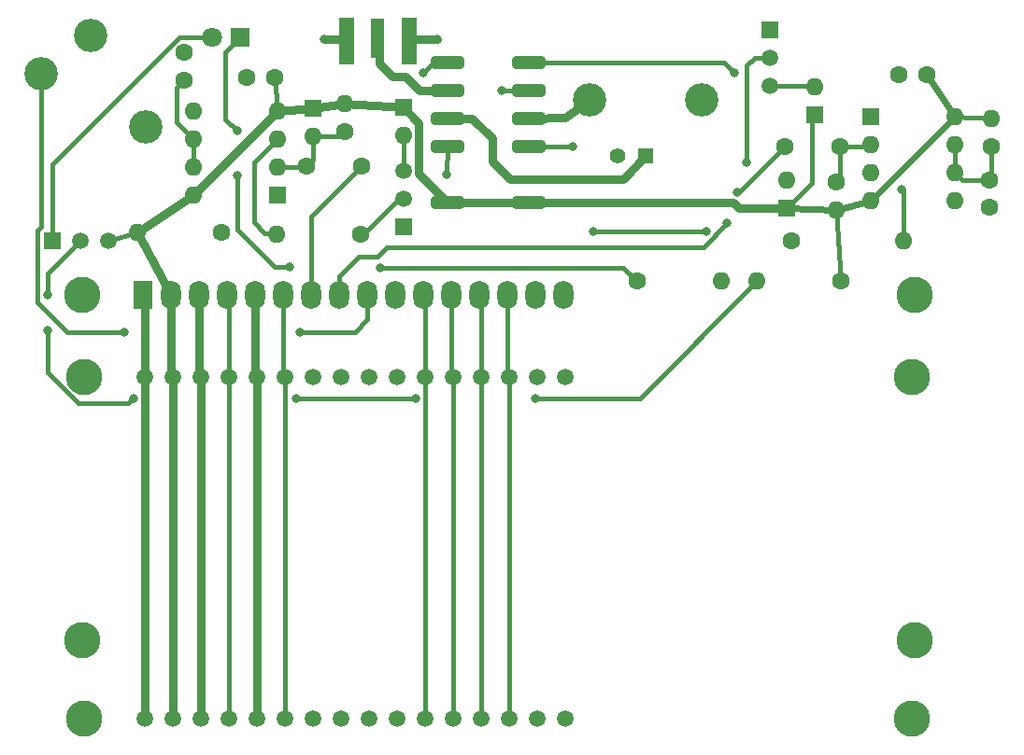
<source format=gbr>
%TF.GenerationSoftware,KiCad,Pcbnew,(6.0.7)*%
%TF.CreationDate,2022-12-07T12:16:08-08:00*%
%TF.ProjectId,TR interface,54522069-6e74-4657-9266-6163652e6b69,rev?*%
%TF.SameCoordinates,Original*%
%TF.FileFunction,Copper,L1,Top*%
%TF.FilePolarity,Positive*%
%FSLAX46Y46*%
G04 Gerber Fmt 4.6, Leading zero omitted, Abs format (unit mm)*
G04 Created by KiCad (PCBNEW (6.0.7)) date 2022-12-07 12:16:08*
%MOMM*%
%LPD*%
G01*
G04 APERTURE LIST*
G04 Aperture macros list*
%AMRoundRect*
0 Rectangle with rounded corners*
0 $1 Rounding radius*
0 $2 $3 $4 $5 $6 $7 $8 $9 X,Y pos of 4 corners*
0 Add a 4 corners polygon primitive as box body*
4,1,4,$2,$3,$4,$5,$6,$7,$8,$9,$2,$3,0*
0 Add four circle primitives for the rounded corners*
1,1,$1+$1,$2,$3*
1,1,$1+$1,$4,$5*
1,1,$1+$1,$6,$7*
1,1,$1+$1,$8,$9*
0 Add four rect primitives between the rounded corners*
20,1,$1+$1,$2,$3,$4,$5,0*
20,1,$1+$1,$4,$5,$6,$7,0*
20,1,$1+$1,$6,$7,$8,$9,0*
20,1,$1+$1,$8,$9,$2,$3,0*%
G04 Aperture macros list end*
%TA.AperFunction,ComponentPad*%
%ADD10C,3.016000*%
%TD*%
%TA.AperFunction,ComponentPad*%
%ADD11R,1.600000X1.600000*%
%TD*%
%TA.AperFunction,ComponentPad*%
%ADD12O,1.600000X1.600000*%
%TD*%
%TA.AperFunction,ComponentPad*%
%ADD13C,3.300000*%
%TD*%
%TA.AperFunction,ComponentPad*%
%ADD14R,1.800000X2.600000*%
%TD*%
%TA.AperFunction,ComponentPad*%
%ADD15O,1.800000X2.600000*%
%TD*%
%TA.AperFunction,ComponentPad*%
%ADD16C,1.600000*%
%TD*%
%TA.AperFunction,ComponentPad*%
%ADD17R,1.500000X1.500000*%
%TD*%
%TA.AperFunction,ComponentPad*%
%ADD18C,1.500000*%
%TD*%
%TA.AperFunction,SMDPad,CuDef*%
%ADD19RoundRect,0.249750X1.250250X-0.305250X1.250250X0.305250X-1.250250X0.305250X-1.250250X-0.305250X0*%
%TD*%
%TA.AperFunction,ComponentPad*%
%ADD20R,1.398000X1.398000*%
%TD*%
%TA.AperFunction,ComponentPad*%
%ADD21C,1.398000*%
%TD*%
%TA.AperFunction,ComponentPad*%
%ADD22C,3.015000*%
%TD*%
%TA.AperFunction,SMDPad,CuDef*%
%ADD23R,1.270000X3.600000*%
%TD*%
%TA.AperFunction,SMDPad,CuDef*%
%ADD24R,1.350000X4.200000*%
%TD*%
%TA.AperFunction,ComponentPad*%
%ADD25R,1.800000X1.800000*%
%TD*%
%TA.AperFunction,ComponentPad*%
%ADD26C,1.800000*%
%TD*%
%TA.AperFunction,ViaPad*%
%ADD27C,0.800000*%
%TD*%
%TA.AperFunction,Conductor*%
%ADD28C,0.400000*%
%TD*%
%TA.AperFunction,Conductor*%
%ADD29C,0.800000*%
%TD*%
%TA.AperFunction,Conductor*%
%ADD30C,0.600000*%
%TD*%
G04 APERTURE END LIST*
D10*
%TO.P,J5,1*%
%TO.N,GND*%
X39382100Y-23400000D03*
%TO.P,J5,2*%
%TO.N,{slash}key*%
X34882100Y-26900000D03*
%TO.P,J5,3*%
%TO.N,unconnected-(J5-Pad3)*%
X44382100Y-31700000D03*
%TD*%
D11*
%TO.P,D1,1,K*%
%TO.N,+5V*%
X59500000Y-30000000D03*
D12*
%TO.P,D1,2,A*%
%TO.N,Net-(C1-Pad2)*%
X59500000Y-32540000D03*
%TD*%
D13*
%TO.P,J1,*%
%TO.N,*%
X114049480Y-78300700D03*
X38650900Y-46900000D03*
X114050000Y-46900000D03*
X38650900Y-78300700D03*
D14*
%TO.P,J1,1,Pin_1*%
%TO.N,GND*%
X44150000Y-46900000D03*
D15*
%TO.P,J1,2,Pin_2*%
%TO.N,+5V*%
X46690000Y-46900000D03*
%TO.P,J1,3,Pin_3*%
%TO.N,Vo*%
X49230000Y-46900000D03*
%TO.P,J1,4,Pin_4*%
%TO.N,RS*%
X51770000Y-46900000D03*
%TO.P,J1,5,Pin_5*%
%TO.N,GND*%
X54310000Y-46900000D03*
%TO.P,J1,6,Pin_6*%
%TO.N,EN*%
X56850000Y-46900000D03*
%TO.P,J1,7,Pin_7*%
%TO.N,{slash}RX_TX*%
X59390000Y-46900000D03*
%TO.P,J1,8,Pin_8*%
%TO.N,{slash}TX_RX*%
X61930000Y-46900000D03*
%TO.P,J1,9,Pin_9*%
%TO.N,{slash}key*%
X64470000Y-46900000D03*
%TO.P,J1,10,Pin_10*%
%TO.N,RX_Sig*%
X67010000Y-46900000D03*
%TO.P,J1,11,Pin_11*%
%TO.N,DB4*%
X69550000Y-46900000D03*
%TO.P,J1,12,Pin_12*%
%TO.N,DB5*%
X72090000Y-46900000D03*
%TO.P,J1,13,Pin_13*%
%TO.N,DB6*%
X74630000Y-46900000D03*
%TO.P,J1,14,Pin_14*%
%TO.N,DB7*%
X77170000Y-46900000D03*
%TO.P,J1,15,Pin_15*%
%TO.N,unconnected-(J1-Pad15)*%
X79710000Y-46900000D03*
%TO.P,J1,16,Pin_16*%
%TO.N,GND*%
X82250000Y-46900000D03*
%TD*%
D16*
%TO.P,R1,1*%
%TO.N,+5V*%
X107360000Y-45700000D03*
D12*
%TO.P,R1,2*%
%TO.N,T*%
X99740000Y-45700000D03*
%TD*%
D11*
%TO.P,D2,1,K*%
%TO.N,+5V*%
X102450000Y-39050000D03*
D12*
%TO.P,D2,2,A*%
%TO.N,Net-(C2-Pad2)*%
X102450000Y-36510000D03*
%TD*%
D16*
%TO.P,R7,1*%
%TO.N,Net-(Q2-Pad2)*%
X63860000Y-41450000D03*
D12*
%TO.P,R7,2*%
%TO.N,Net-(R7-Pad2)*%
X56240000Y-41450000D03*
%TD*%
D17*
%TO.P,Q1,1,E*%
%TO.N,Net-(D3-Pad2)*%
X35910000Y-42040000D03*
D18*
%TO.P,Q1,2,B*%
%TO.N,T*%
X38450000Y-42040000D03*
%TO.P,Q1,3,C*%
%TO.N,+5V*%
X40990000Y-42040000D03*
%TD*%
D16*
%TO.P,R3,1*%
%TO.N,Net-(C2-Pad2)*%
X106900000Y-36700000D03*
D12*
%TO.P,R3,2*%
%TO.N,+5V*%
X106900000Y-39240000D03*
%TD*%
D11*
%TO.P,D5,1,K*%
%TO.N,+5V*%
X105000000Y-30640000D03*
D12*
%TO.P,D5,2,A*%
%TO.N,SET*%
X105000000Y-28100000D03*
%TD*%
D16*
%TO.P,C4,1*%
%TO.N,GND*%
X120800000Y-39000000D03*
%TO.P,C4,2*%
%TO.N,Net-(C4-Pad2)*%
X120800000Y-36500000D03*
%TD*%
D19*
%TO.P,K1,1,SET+*%
%TO.N,+5V*%
X79045000Y-38550000D03*
%TO.P,K1,3,NC1*%
%TO.N,T*%
X79045000Y-33470000D03*
%TO.P,K1,4,C1*%
%TO.N,GND*%
X79045000Y-30930000D03*
%TO.P,K1,5,NO1*%
%TO.N,RX_Sig*%
X79045000Y-28390000D03*
%TO.P,K1,6,SET-*%
%TO.N,SET*%
X79045000Y-25850000D03*
%TO.P,K1,7,RESET-*%
%TO.N,RESET*%
X71755000Y-25850000D03*
%TO.P,K1,8,NO2*%
%TO.N,TX_Sig*%
X71755000Y-28390000D03*
%TO.P,K1,9,C2*%
%TO.N,ANT*%
X71755000Y-30930000D03*
%TO.P,K1,10,NC2*%
%TO.N,RX_Sig*%
X71755000Y-33470000D03*
%TO.P,K1,12,RESET+*%
%TO.N,+5V*%
X71755000Y-38550000D03*
%TD*%
D11*
%TO.P,D4,1,K*%
%TO.N,+5V*%
X67700000Y-29935686D03*
D12*
%TO.P,D4,2,A*%
%TO.N,RESET*%
X67700000Y-32475686D03*
%TD*%
D17*
%TO.P,Q3,1,E*%
%TO.N,GND*%
X100890000Y-22860000D03*
D18*
%TO.P,Q3,2,B*%
%TO.N,Net-(Q3-Pad2)*%
X100890000Y-25400000D03*
%TO.P,Q3,3,C*%
%TO.N,SET*%
X100890000Y-27940000D03*
%TD*%
D17*
%TO.P,Q2,1,E*%
%TO.N,GND*%
X67750000Y-40750000D03*
D18*
%TO.P,Q2,2,B*%
%TO.N,Net-(Q2-Pad2)*%
X67750000Y-38210000D03*
%TO.P,Q2,3,C*%
%TO.N,RESET*%
X67750000Y-35670000D03*
%TD*%
D16*
%TO.P,R4,1*%
%TO.N,Net-(C3-Pad2)*%
X51200000Y-41250000D03*
D12*
%TO.P,R4,2*%
%TO.N,+5V*%
X43580000Y-41250000D03*
%TD*%
D16*
%TO.P,C3,1*%
%TO.N,GND*%
X47850000Y-24950000D03*
%TO.P,C3,2*%
%TO.N,Net-(C3-Pad2)*%
X47850000Y-27450000D03*
%TD*%
%TO.P,R2,1*%
%TO.N,Net-(C1-Pad2)*%
X62400000Y-32145000D03*
D12*
%TO.P,R2,2*%
%TO.N,+5V*%
X62400000Y-29605000D03*
%TD*%
D11*
%TO.P,U2,1,GND*%
%TO.N,GND*%
X110050000Y-30750000D03*
D12*
%TO.P,U2,2,~{TRIG}*%
%TO.N,Net-(C2-Pad2)*%
X110050000Y-33290000D03*
%TO.P,U2,3,OUT*%
%TO.N,Net-(R8-Pad2)*%
X110050000Y-35830000D03*
%TO.P,U2,4,~{RESET}*%
%TO.N,+5V*%
X110050000Y-38370000D03*
%TO.P,U2,5,CONT*%
%TO.N,unconnected-(U2-Pad5)*%
X117670000Y-38370000D03*
%TO.P,U2,6,THRES*%
%TO.N,Net-(C4-Pad2)*%
X117670000Y-35830000D03*
%TO.P,U2,7,DISCH*%
X117670000Y-33290000D03*
%TO.P,U2,8,VDD*%
%TO.N,+5V*%
X117670000Y-30750000D03*
%TD*%
D20*
%TO.P,J3,1,1*%
%TO.N,ANT*%
X89650000Y-34341500D03*
D21*
%TO.P,J3,2,2*%
%TO.N,GND*%
X87110000Y-34341500D03*
D22*
%TO.P,J3,P1,SHIELD*%
X84570000Y-29261500D03*
%TO.P,J3,P2,SHIELD*%
X94730000Y-29261500D03*
%TD*%
D16*
%TO.P,R8,1*%
%TO.N,Net-(Q3-Pad2)*%
X102870000Y-42050000D03*
D12*
%TO.P,R8,2*%
%TO.N,Net-(R8-Pad2)*%
X113030000Y-42050000D03*
%TD*%
D16*
%TO.P,R5,1*%
%TO.N,Net-(C4-Pad2)*%
X121000000Y-33495000D03*
D12*
%TO.P,R5,2*%
%TO.N,+5V*%
X121000000Y-30955000D03*
%TD*%
D16*
%TO.P,C1,1*%
%TO.N,{slash}RX_TX*%
X63950000Y-35250000D03*
%TO.P,C1,2*%
%TO.N,Net-(C1-Pad2)*%
X58950000Y-35250000D03*
%TD*%
D23*
%TO.P,J4,1,In*%
%TO.N,TX_Sig*%
X65400000Y-23700000D03*
D24*
%TO.P,J4,2,Ext*%
%TO.N,GND*%
X68225000Y-23900000D03*
X62575000Y-23900000D03*
%TD*%
D25*
%TO.P,D3,1,K*%
%TO.N,Net-(D3-Pad1)*%
X52925000Y-23600000D03*
D26*
%TO.P,D3,2,A*%
%TO.N,Net-(D3-Pad2)*%
X50385000Y-23600000D03*
%TD*%
D18*
%TO.P,DS1,1,VSS_1*%
%TO.N,GND*%
X44300000Y-85400000D03*
%TO.P,DS1,2,VDD_1*%
%TO.N,+5V*%
X46840000Y-85400000D03*
%TO.P,DS1,3,VEE_1*%
%TO.N,Vo*%
X49380000Y-85400000D03*
%TO.P,DS1,4,RS_1*%
%TO.N,RS*%
X51920000Y-85400000D03*
%TO.P,DS1,5,R/W_1*%
%TO.N,GND*%
X54460000Y-85400000D03*
%TO.P,DS1,6,E_1*%
%TO.N,EN*%
X57000000Y-85400000D03*
%TO.P,DS1,7,DB0_1*%
%TO.N,unconnected-(DS1-Pad7)*%
X59540000Y-85400000D03*
%TO.P,DS1,8,DB1_1*%
%TO.N,unconnected-(DS1-Pad8)*%
X62080000Y-85400000D03*
%TO.P,DS1,9,DB2_1*%
%TO.N,unconnected-(DS1-Pad9)*%
X64620000Y-85400000D03*
%TO.P,DS1,10,DB3_1*%
%TO.N,unconnected-(DS1-Pad10)*%
X67160000Y-85400000D03*
%TO.P,DS1,11,DB4_1*%
%TO.N,DB4*%
X69700000Y-85400000D03*
%TO.P,DS1,12,DB5_1*%
%TO.N,DB5*%
X72240000Y-85400000D03*
%TO.P,DS1,13,DB6_1*%
%TO.N,DB6*%
X74780000Y-85400000D03*
%TO.P,DS1,14,DB7_1*%
%TO.N,DB7*%
X77320000Y-85400000D03*
%TO.P,DS1,15,LEDA_1*%
%TO.N,unconnected-(DS1-Pad15)*%
X79860000Y-85400000D03*
%TO.P,DS1,16,LEDK_1*%
%TO.N,unconnected-(DS1-Pad16)*%
X82400000Y-85400000D03*
%TO.P,DS1,17,VSS_2*%
%TO.N,GND*%
X44300000Y-54400000D03*
%TO.P,DS1,18,VDD_2*%
%TO.N,+5V*%
X46840000Y-54400000D03*
%TO.P,DS1,19,VEE_2*%
%TO.N,Vo*%
X49380000Y-54400000D03*
%TO.P,DS1,20,RS_2*%
%TO.N,RS*%
X51920000Y-54400000D03*
%TO.P,DS1,21,R/W_2*%
%TO.N,GND*%
X54460000Y-54400000D03*
%TO.P,DS1,22,E_2*%
%TO.N,EN*%
X57000000Y-54400000D03*
%TO.P,DS1,23,DB0_2*%
%TO.N,unconnected-(DS1-Pad23)*%
X59540000Y-54400000D03*
%TO.P,DS1,24,DB1_2*%
%TO.N,unconnected-(DS1-Pad24)*%
X62080000Y-54400000D03*
%TO.P,DS1,25,DB2_2*%
%TO.N,unconnected-(DS1-Pad25)*%
X64620000Y-54400000D03*
%TO.P,DS1,26,DB3_2*%
%TO.N,unconnected-(DS1-Pad26)*%
X67160000Y-54400000D03*
%TO.P,DS1,27,DB4_2*%
%TO.N,DB4*%
X69700000Y-54400000D03*
%TO.P,DS1,28,DB5_2*%
%TO.N,DB5*%
X72240000Y-54400000D03*
%TO.P,DS1,29,DB6_2*%
%TO.N,DB6*%
X74780000Y-54400000D03*
%TO.P,DS1,30,DB7_2*%
%TO.N,DB7*%
X77320000Y-54400000D03*
%TO.P,DS1,31,LEDA_2*%
%TO.N,unconnected-(DS1-Pad31)*%
X79860000Y-54400000D03*
%TO.P,DS1,32,LEDK_2*%
%TO.N,unconnected-(DS1-Pad32)*%
X82400000Y-54400000D03*
D13*
%TO.P,DS1,MH1*%
%TO.N,N/C*%
X38800000Y-85400000D03*
%TO.P,DS1,MH2*%
X38800000Y-54400000D03*
%TO.P,DS1,MH3*%
X113800000Y-54400000D03*
%TO.P,DS1,MH4*%
X113800000Y-85400000D03*
%TD*%
D16*
%TO.P,R6,1*%
%TO.N,Net-(D3-Pad1)*%
X88890000Y-45700000D03*
D12*
%TO.P,R6,2*%
%TO.N,GND*%
X96510000Y-45700000D03*
%TD*%
D16*
%TO.P,C6,1*%
%TO.N,GND*%
X112650000Y-26950000D03*
%TO.P,C6,2*%
%TO.N,+5V*%
X115150000Y-26950000D03*
%TD*%
D11*
%TO.P,U1,1,GND*%
%TO.N,GND*%
X56300000Y-37850000D03*
D12*
%TO.P,U1,2,~{TRIG}*%
%TO.N,Net-(C1-Pad2)*%
X56300000Y-35310000D03*
%TO.P,U1,3,OUT*%
%TO.N,Net-(R7-Pad2)*%
X56300000Y-32770000D03*
%TO.P,U1,4,~{RESET}*%
%TO.N,+5V*%
X56300000Y-30230000D03*
%TO.P,U1,5,CONT*%
%TO.N,unconnected-(U1-Pad5)*%
X48680000Y-30230000D03*
%TO.P,U1,6,THRES*%
%TO.N,Net-(C3-Pad2)*%
X48680000Y-32770000D03*
%TO.P,U1,7,DISCH*%
X48680000Y-35310000D03*
%TO.P,U1,8,VDD*%
%TO.N,+5V*%
X48680000Y-37850000D03*
%TD*%
D16*
%TO.P,C5,1*%
%TO.N,GND*%
X53550000Y-27250000D03*
%TO.P,C5,2*%
%TO.N,+5V*%
X56050000Y-27250000D03*
%TD*%
%TO.P,C2,1*%
%TO.N,{slash}TX_RX*%
X102250000Y-33500000D03*
%TO.P,C2,2*%
%TO.N,Net-(C2-Pad2)*%
X107250000Y-33500000D03*
%TD*%
D27*
%TO.N,T*%
X58000000Y-56300000D03*
X35500000Y-46950000D03*
X95204668Y-41164668D03*
X84900000Y-41200000D03*
X35500000Y-50150000D03*
X79650000Y-56300000D03*
X43250000Y-56300000D03*
X83080000Y-33470000D03*
X68800000Y-56300000D03*
%TO.N,GND*%
X60500000Y-23750000D03*
X70750000Y-23750000D03*
%TO.N,RX_Sig*%
X71650000Y-36000000D03*
X76600000Y-28400000D03*
%TO.N,SET*%
X97700000Y-26750000D03*
%TO.N,RESET*%
X69550000Y-26750000D03*
%TO.N,Net-(Q3-Pad2)*%
X98850000Y-34950000D03*
%TO.N,Net-(R8-Pad2)*%
X112900000Y-37350000D03*
%TO.N,Net-(D3-Pad1)*%
X57450000Y-44400000D03*
X65600000Y-44450000D03*
X52650000Y-36100000D03*
X52650000Y-32050000D03*
%TO.N,{slash}TX_RX*%
X97050000Y-40400000D03*
X98000000Y-37600000D03*
%TO.N,{slash}key*%
X42400000Y-50300000D03*
X58350000Y-50300000D03*
%TD*%
D28*
%TO.N,{slash}key*%
X34882100Y-40767900D02*
X34882100Y-26900000D01*
X34542500Y-41107500D02*
X34882100Y-40767900D01*
X34542500Y-47592500D02*
X34542500Y-41107500D01*
D29*
%TO.N,+5V*%
X71755000Y-38550000D02*
X79045000Y-38550000D01*
D30*
X106900000Y-39240000D02*
X110050000Y-38370000D01*
D29*
X46690000Y-54250000D02*
X46840000Y-54400000D01*
D28*
X104750000Y-30640000D02*
X104750000Y-36750000D01*
D29*
X59500000Y-30000000D02*
X56300000Y-30230000D01*
D30*
X110050000Y-38370000D02*
X117670000Y-30750000D01*
D28*
X104750000Y-36750000D02*
X102450000Y-39050000D01*
D29*
X98150000Y-39050000D02*
X102450000Y-39050000D01*
D28*
X106900000Y-39240000D02*
X107360000Y-45700000D01*
X40990000Y-42040000D02*
X43580000Y-41250000D01*
D29*
X69100000Y-31335686D02*
X69100000Y-35895000D01*
X97650000Y-38550000D02*
X98150000Y-39050000D01*
D28*
X56050000Y-27050000D02*
X56300000Y-30230000D01*
D29*
X48680000Y-37850000D02*
X56300000Y-30230000D01*
X46840000Y-54400000D02*
X46840000Y-85400000D01*
X67700000Y-29935686D02*
X69100000Y-31335686D01*
D30*
X102450000Y-39050000D02*
X106900000Y-39240000D01*
X115150000Y-26950000D02*
X117670000Y-30750000D01*
D29*
X69100000Y-35895000D02*
X71755000Y-38550000D01*
X59500000Y-30000000D02*
X62400000Y-29605000D01*
X43580000Y-41250000D02*
X46690000Y-46900000D01*
X79045000Y-38550000D02*
X97650000Y-38550000D01*
X46690000Y-46900000D02*
X46690000Y-54250000D01*
X62400000Y-29605000D02*
X67700000Y-29935686D01*
X43580000Y-41250000D02*
X48680000Y-37850000D01*
D28*
X117670000Y-30750000D02*
X121000000Y-30955000D01*
%TO.N,T*%
X89140000Y-56300000D02*
X79650000Y-56300000D01*
X89140000Y-56300000D02*
X99740000Y-45700000D01*
X42750000Y-56800000D02*
X38300000Y-56800000D01*
X95200000Y-41200000D02*
X95200000Y-41169336D01*
X38300000Y-56800000D02*
X35500000Y-54000000D01*
X79045000Y-33470000D02*
X83080000Y-33470000D01*
X95200000Y-41169336D02*
X95204668Y-41164668D01*
X84900000Y-41200000D02*
X95200000Y-41200000D01*
X35500000Y-54000000D02*
X35500000Y-50150000D01*
X68800000Y-56300000D02*
X58000000Y-56300000D01*
X35500000Y-46950000D02*
X35500000Y-44990000D01*
X35500000Y-44990000D02*
X38450000Y-42040000D01*
X43250000Y-56300000D02*
X42750000Y-56800000D01*
D29*
%TO.N,GND*%
X54460000Y-54400000D02*
X54460000Y-85400000D01*
X79045000Y-30930000D02*
X82350000Y-30850000D01*
X44300000Y-85400000D02*
X44300000Y-54400000D01*
X82350000Y-30850000D02*
X84570000Y-29261500D01*
X54310000Y-46900000D02*
X54310000Y-54250000D01*
X54310000Y-54250000D02*
X54460000Y-54400000D01*
X70750000Y-23750000D02*
X68275000Y-23750000D01*
X62625000Y-23750000D02*
X60500000Y-23750000D01*
X44300000Y-54400000D02*
X44300000Y-47050000D01*
X44300000Y-47050000D02*
X44150000Y-46900000D01*
D28*
%TO.N,RX_Sig*%
X79045000Y-28390000D02*
X76650000Y-28400000D01*
X71650000Y-36000000D02*
X71755000Y-33470000D01*
%TO.N,SET*%
X100890000Y-27940000D02*
X104590000Y-27940000D01*
X96750000Y-25850000D02*
X96800000Y-25850000D01*
X96800000Y-25850000D02*
X97700000Y-26750000D01*
X79045000Y-25850000D02*
X96750000Y-25850000D01*
X104590000Y-27940000D02*
X104750000Y-28100000D01*
%TO.N,RESET*%
X67750000Y-32525686D02*
X67700000Y-32475686D01*
X69550000Y-26750000D02*
X70450000Y-25850000D01*
X70450000Y-25850000D02*
X71755000Y-25850000D01*
X67750000Y-35670000D02*
X67750000Y-32525686D01*
D29*
%TO.N,TX_Sig*%
X69190000Y-28390000D02*
X71755000Y-28390000D01*
X67950000Y-27150000D02*
X69190000Y-28390000D01*
X65500000Y-25950000D02*
X66700000Y-27150000D01*
X66700000Y-27150000D02*
X67950000Y-27150000D01*
X65500000Y-23450000D02*
X65500000Y-25950000D01*
%TO.N,ANT*%
X73930000Y-30930000D02*
X75750000Y-32750000D01*
X71755000Y-30930000D02*
X73930000Y-30930000D01*
X77350000Y-36450000D02*
X87650000Y-36450000D01*
X75750000Y-32750000D02*
X75750000Y-34850000D01*
X75750000Y-34850000D02*
X77350000Y-36450000D01*
X87650000Y-36450000D02*
X89650000Y-34341500D01*
D28*
%TO.N,Net-(D3-Pad2)*%
X35910000Y-35090000D02*
X35910000Y-42040000D01*
X50385000Y-23600000D02*
X47400000Y-23600000D01*
X47400000Y-23600000D02*
X35910000Y-35090000D01*
%TO.N,Net-(Q2-Pad2)*%
X67340000Y-38210000D02*
X67750000Y-38210000D01*
X64200000Y-41350000D02*
X67340000Y-38210000D01*
%TO.N,Net-(Q3-Pad2)*%
X98850000Y-26100000D02*
X98850000Y-34950000D01*
X100890000Y-25400000D02*
X99550000Y-25400000D01*
X99550000Y-25400000D02*
X98850000Y-26100000D01*
%TO.N,Net-(C1-Pad2)*%
X58890000Y-35310000D02*
X58950000Y-35250000D01*
X62005000Y-32540000D02*
X62400000Y-32145000D01*
X59500000Y-34700000D02*
X58950000Y-35250000D01*
X59500000Y-32540000D02*
X59500000Y-34700000D01*
X59500000Y-32540000D02*
X62005000Y-32540000D01*
X56300000Y-35310000D02*
X58890000Y-35310000D01*
%TO.N,Net-(R7-Pad2)*%
X54150000Y-40350000D02*
X54150000Y-34920000D01*
X56580000Y-41350000D02*
X55150000Y-41350000D01*
X54150000Y-34920000D02*
X56300000Y-32770000D01*
X55150000Y-41350000D02*
X54150000Y-40350000D01*
%TO.N,Net-(C3-Pad2)*%
X47200001Y-28149999D02*
X47200001Y-31290001D01*
X48680000Y-32770000D02*
X48680000Y-35310000D01*
X47200001Y-31290001D02*
X48680000Y-32770000D01*
X48000000Y-27350000D02*
X47200001Y-28149999D01*
%TO.N,Net-(C2-Pad2)*%
X107250000Y-33500000D02*
X109840000Y-33500000D01*
X107250000Y-33500000D02*
X107250000Y-36350000D01*
X107250000Y-36350000D02*
X106900000Y-36700000D01*
X109840000Y-33500000D02*
X110050000Y-33290000D01*
%TO.N,Net-(R8-Pad2)*%
X113030000Y-37480000D02*
X113030000Y-42050000D01*
X112900000Y-37350000D02*
X113030000Y-37480000D01*
%TO.N,Net-(C4-Pad2)*%
X117670000Y-35830000D02*
X117670000Y-33290000D01*
X121000000Y-33495000D02*
X121000000Y-36300000D01*
X121000000Y-36300000D02*
X120800000Y-36500000D01*
X118340000Y-36500000D02*
X117670000Y-35830000D01*
X120800000Y-36500000D02*
X118340000Y-36500000D01*
D29*
%TO.N,Vo*%
X49230000Y-54250000D02*
X49380000Y-54400000D01*
X49230000Y-46900000D02*
X49230000Y-54250000D01*
X49380000Y-54400000D02*
X49380000Y-85400000D01*
D28*
%TO.N,RS*%
X51920000Y-54400000D02*
X51920000Y-47050000D01*
X51920000Y-47050000D02*
X51770000Y-46900000D01*
X51920000Y-85400000D02*
X51920000Y-54400000D01*
%TO.N,EN*%
X57000000Y-54400000D02*
X57000000Y-85400000D01*
X56850000Y-54250000D02*
X57000000Y-54400000D01*
X56850000Y-46900000D02*
X56850000Y-54250000D01*
%TO.N,DB4*%
X69700000Y-47050000D02*
X69550000Y-46900000D01*
X69700000Y-54400000D02*
X69700000Y-47050000D01*
X69700000Y-85400000D02*
X69700000Y-54400000D01*
%TO.N,DB5*%
X72240000Y-54400000D02*
X72240000Y-85400000D01*
X72090000Y-46900000D02*
X72090000Y-54250000D01*
X72090000Y-54250000D02*
X72240000Y-54400000D01*
%TO.N,DB6*%
X74780000Y-54400000D02*
X74780000Y-47050000D01*
X74780000Y-47050000D02*
X74630000Y-46900000D01*
X74780000Y-85400000D02*
X74780000Y-54400000D01*
%TO.N,DB7*%
X77170000Y-46900000D02*
X77170000Y-54250000D01*
X77320000Y-54400000D02*
X77320000Y-85400000D01*
X77170000Y-54250000D02*
X77320000Y-54400000D01*
%TO.N,Net-(D3-Pad1)*%
X88890000Y-45700000D02*
X87640000Y-44450000D01*
X56047057Y-44400000D02*
X52650000Y-41002943D01*
X52925000Y-23600000D02*
X51600000Y-24925000D01*
X87640000Y-44450000D02*
X65600000Y-44450000D01*
X57450000Y-44400000D02*
X56047057Y-44400000D01*
X51600000Y-31000000D02*
X52650000Y-32050000D01*
X51600000Y-24925000D02*
X51600000Y-31000000D01*
X52650000Y-41002943D02*
X52650000Y-36100000D01*
%TO.N,{slash}RX_TX*%
X59390000Y-39810000D02*
X63950000Y-35250000D01*
X59390000Y-46900000D02*
X59390000Y-39810000D01*
%TO.N,{slash}TX_RX*%
X61930000Y-45220000D02*
X63650000Y-43500000D01*
X94900000Y-42600000D02*
X97050000Y-40450000D01*
X98000000Y-37600000D02*
X98150000Y-37600000D01*
X61930000Y-46900000D02*
X61930000Y-45220000D01*
X97050000Y-40450000D02*
X97050000Y-40400000D01*
X66230000Y-42600000D02*
X94900000Y-42600000D01*
X98150000Y-37600000D02*
X102250000Y-33500000D01*
X65330000Y-43500000D02*
X66230000Y-42600000D01*
X63650000Y-43500000D02*
X65330000Y-43500000D01*
%TO.N,{slash}key*%
X34542500Y-47592500D02*
X37250000Y-50300000D01*
X63300000Y-50300000D02*
X58350000Y-50300000D01*
X64470000Y-46900000D02*
X64470000Y-49130000D01*
X64470000Y-49130000D02*
X63300000Y-50300000D01*
X37250000Y-50300000D02*
X42400000Y-50300000D01*
%TD*%
M02*

</source>
